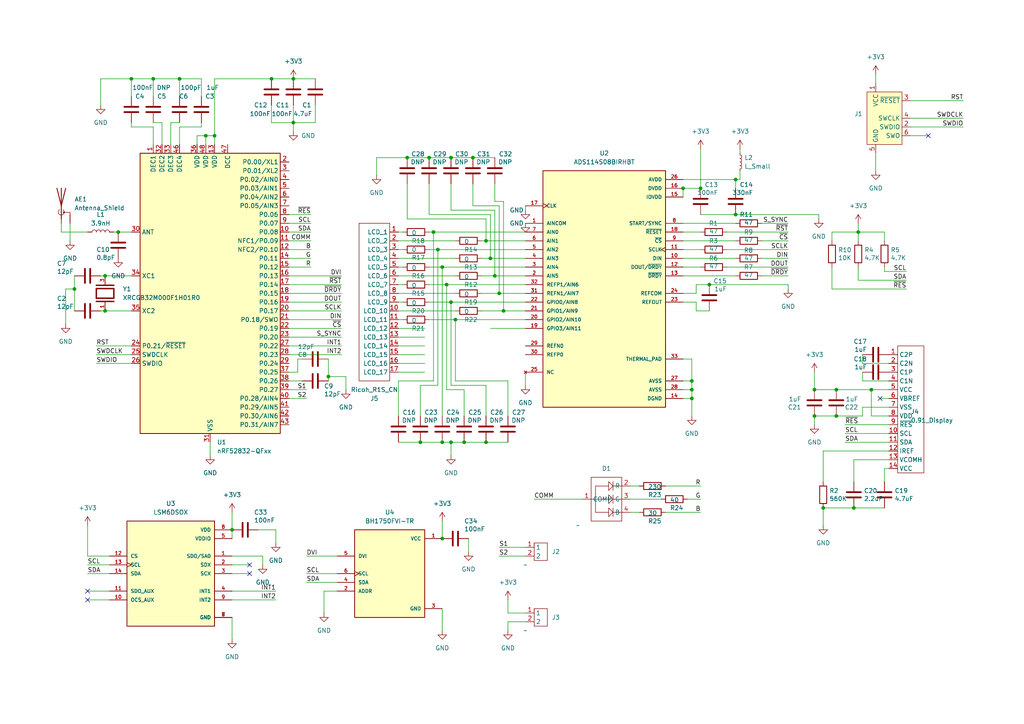
<source format=kicad_sch>
(kicad_sch (version 20230121) (generator eeschema)
  (paper "A4")
  (title_block (title "Raspberry Pi Pico Debugger Shoe") (date "2021-05-12") (rev "v02") (comment 2 "https://creativecommons.org/licenses/by/4.0/") (comment 3 "License: CC BY 4.0") (comment 4 "Author: Shawn Hymel"))
  (junction (at 52.07 22.86))
  (junction (at 198.12 54.61))
  (junction (at 85.09 35.56))
  (junction (at 130.81 128.27))
  (junction (at 143.51 80.01))
  (junction (at 252.73 113.03))
  (junction (at 213.36 62.23))
  (junction (at 200.66 110.49))
  (junction (at 30.48 80.01))
  (junction (at 205.74 82.55))
  (junction (at 140.97 128.27))
  (junction (at 34.29 67.31))
  (junction (at 134.62 128.27))
  (junction (at 67.31 153.67))
  (junction (at 128.27 77.47))
  (junction (at 242.57 113.03))
  (junction (at 248.92 67.31))
  (junction (at 128.27 128.27))
  (junction (at 127 72.39))
  (junction (at 78.74 22.86))
  (junction (at 236.22 113.03))
  (junction (at 144.78 85.09))
  (junction (at 213.36 52.07))
  (junction (at 44.45 22.86))
  (junction (at 62.23 39.37))
  (junction (at 130.81 45.72))
  (junction (at 200.66 113.03))
  (junction (at 118.11 45.72))
  (junction (at 242.57 120.65))
  (junction (at 130.81 87.63))
  (junction (at 124.46 45.72))
  (junction (at 137.16 45.72))
  (junction (at 247.65 147.32))
  (junction (at 85.09 22.86))
  (junction (at 121.92 128.27))
  (junction (at 21.59 83.82))
  (junction (at 38.1 22.86))
  (junction (at 236.22 120.65))
  (junction (at 200.66 115.57))
  (junction (at 146.05 90.17))
  (junction (at 59.69 39.37))
  (junction (at 132.08 92.71))
  (junction (at 95.25 109.22))
  (junction (at 128.27 156.21))
  (junction (at 125.73 67.31))
  (junction (at 140.97 69.85))
  (junction (at 238.76 147.32))
  (junction (at 129.54 82.55))
  (junction (at 30.48 90.17))
  (junction (at 142.24 74.93))
  (junction (at 203.2 54.61))
  (no_connect (at 25.4 171.45))
  (no_connect (at 72.39 163.83))
  (no_connect (at 255.27 115.57))
  (no_connect (at 25.4 173.99))
  (no_connect (at 72.39 166.37))
  (no_connect (at 269.24 39.37))
  (wire (pts (xy 137.16 53.34) (xy 137.16 59.69)))
  (wire (pts (xy 115.57 85.09) (xy 132.08 85.09)))
  (wire (pts (xy 115.57 107.95) (xy 123.19 107.95)))
  (wire (pts (xy 67.31 179.07) (xy 67.31 185.42)))
  (wire (pts (xy 198.12 110.49) (xy 200.66 110.49)))
  (wire (pts (xy 152.4 111.76) (xy 152.4 107.95)))
  (wire (pts (xy 57.15 39.37) (xy 59.69 39.37)))
  (wire (pts (xy 127 72.39) (xy 127 111.76)))
  (wire (pts (xy 152.4 60.96) (xy 152.4 59.69)))
  (wire (pts (xy 132.08 92.71) (xy 132.08 110.49)))
  (wire (pts (xy 245.11 128.27) (xy 257.81 128.27)))
  (wire (pts (xy 29.21 22.86) (xy 29.21 30.48)))
  (wire (pts (xy 142.24 95.25) (xy 152.4 95.25)))
  (wire (pts (xy 264.16 36.83) (xy 279.4 36.83)))
  (wire (pts (xy 44.45 36.83) (xy 44.45 41.91)))
  (wire (pts (xy 248.92 64.77) (xy 248.92 67.31)))
  (wire (pts (xy 264.16 39.37) (xy 269.24 39.37)))
  (wire (pts (xy 83.82 115.57) (xy 88.9 115.57)))
  (wire (pts (xy 85.09 38.1) (xy 85.09 35.56)))
  (wire (pts (xy 88.9 168.91) (xy 97.79 168.91)))
  (wire (pts (xy 38.1 36.83) (xy 44.45 36.83)))
  (wire (pts (xy 220.98 80.01) (xy 228.6 80.01)))
  (wire (pts (xy 139.7 85.09) (xy 144.78 85.09)))
  (wire (pts (xy 248.92 77.47) (xy 248.92 81.28)))
  (wire (pts (xy 115.57 128.27) (xy 121.92 128.27)))
  (wire (pts (xy 125.73 67.31) (xy 152.4 67.31)))
  (wire (pts (xy 128.27 77.47) (xy 128.27 120.65)))
  (wire (pts (xy 205.74 82.55) (xy 228.6 82.55)))
  (wire (pts (xy 115.57 69.85) (xy 132.08 69.85)))
  (wire (pts (xy 27.94 100.33) (xy 38.1 100.33)))
  (wire (pts (xy 201.93 82.55) (xy 205.74 82.55)))
  (wire (pts (xy 88.9 166.37) (xy 97.79 166.37)))
  (wire (pts (xy 144.78 85.09) (xy 152.4 85.09)))
  (wire (pts (xy 257.81 133.35) (xy 247.65 133.35)))
  (wire (pts (xy 198.12 80.01) (xy 213.36 80.01)))
  (wire (pts (xy 210.82 72.39) (xy 228.6 72.39)))
  (wire (pts (xy 198.12 54.61) (xy 203.2 54.61)))
  (wire (pts (xy 83.82 97.79) (xy 99.06 97.79)))
  (wire (pts (xy 46.99 35.56) (xy 46.99 41.91)))
  (wire (pts (xy 25.4 171.45) (xy 31.75 171.45)))
  (wire (pts (xy 147.32 182.88) (xy 147.32 180.34)))
  (wire (pts (xy 19.05 83.82) (xy 19.05 93.98)))
  (wire (pts (xy 83.82 113.03) (xy 88.9 113.03)))
  (wire (pts (xy 129.54 82.55) (xy 152.4 82.55)))
  (wire (pts (xy 248.92 67.31) (xy 248.92 69.85)))
  (wire (pts (xy 210.82 67.31) (xy 228.6 67.31)))
  (wire (pts (xy 200.66 113.03) (xy 200.66 115.57)))
  (wire (pts (xy 198.12 115.57) (xy 200.66 115.57)))
  (wire (pts (xy 256.54 69.85) (xy 256.54 67.31)))
  (wire (pts (xy 115.57 92.71) (xy 116.84 92.71)))
  (wire (pts (xy 250.19 110.49) (xy 250.19 107.95)))
  (wire (pts (xy 128.27 128.27) (xy 130.81 128.27)))
  (wire (pts (xy 143.51 60.96) (xy 143.51 80.01)))
  (wire (pts (xy 57.15 41.91) (xy 57.15 39.37)))
  (wire (pts (xy 97.79 171.45) (xy 93.98 171.45)))
  (wire (pts (xy 30.48 90.17) (xy 38.1 90.17)))
  (wire (pts (xy 52.07 36.83) (xy 58.42 36.83)))
  (wire (pts (xy 118.11 63.5) (xy 118.11 53.34)))
  (wire (pts (xy 99.06 85.09) (xy 83.82 85.09)))
  (wire (pts (xy 132.08 110.49) (xy 147.32 110.49)))
  (wire (pts (xy 236.22 120.65) (xy 236.22 123.19)))
  (wire (pts (xy 95.25 109.22) (xy 95.25 110.49)))
  (wire (pts (xy 248.92 67.31) (xy 256.54 67.31)))
  (wire (pts (xy 146.05 90.17) (xy 152.4 90.17)))
  (wire (pts (xy 220.98 64.77) (xy 228.6 64.77)))
  (wire (pts (xy 256.54 78.74) (xy 262.89 78.74)))
  (wire (pts (xy 134.62 113.03) (xy 134.62 120.65)))
  (wire (pts (xy 198.12 87.63) (xy 201.93 87.63)))
  (wire (pts (xy 27.94 102.87) (xy 38.1 102.87)))
  (wire (pts (xy 38.1 22.86) (xy 38.1 27.94)))
  (wire (pts (xy 125.73 67.31) (xy 125.73 110.49)))
  (wire (pts (xy 124.46 77.47) (xy 128.27 77.47)))
  (wire (pts (xy 257.81 130.81) (xy 238.76 130.81)))
  (wire (pts (xy 85.09 35.56) (xy 78.74 35.56)))
  (wire (pts (xy 21.59 80.01) (xy 21.59 83.82)))
  (wire (pts (xy 49.53 35.56) (xy 52.07 35.56)))
  (wire (pts (xy 19.05 83.82) (xy 21.59 83.82)))
  (wire (pts (xy 252.73 113.03) (xy 257.81 113.03)))
  (wire (pts (xy 257.81 135.89) (xy 256.54 135.89)))
  (wire (pts (xy 247.65 133.35) (xy 247.65 139.7)))
  (wire (pts (xy 76.2 161.29) (xy 76.2 163.83)))
  (wire (pts (xy 115.57 74.93) (xy 132.08 74.93)))
  (wire (pts (xy 193.04 148.59) (xy 203.2 148.59)))
  (wire (pts (xy 100.33 109.22) (xy 100.33 113.03)))
  (wire (pts (xy 147.32 180.34) (xy 152.4 180.34)))
  (wire (pts (xy 115.57 77.47) (xy 116.84 77.47)))
  (wire (pts (xy 115.57 97.79) (xy 123.19 97.79)))
  (wire (pts (xy 52.07 22.86) (xy 52.07 27.94)))
  (wire (pts (xy 250.19 105.41) (xy 250.19 102.87)))
  (wire (pts (xy 220.98 74.93) (xy 228.6 74.93)))
  (wire (pts (xy 200.66 110.49) (xy 200.66 113.03)))
  (wire (pts (xy 83.82 64.77) (xy 90.17 64.77)))
  (wire (pts (xy 91.44 22.86) (xy 85.09 22.86)))
  (wire (pts (xy 58.42 22.86) (xy 58.42 27.94)))
  (wire (pts (xy 83.82 92.71) (xy 99.06 92.71)))
  (wire (pts (xy 255.27 115.57) (xy 257.81 115.57)))
  (wire (pts (xy 31.75 161.29) (xy 25.4 161.29)))
  (wire (pts (xy 115.57 90.17) (xy 132.08 90.17)))
  (wire (pts (xy 201.93 85.09) (xy 201.93 82.55)))
  (wire (pts (xy 214.63 52.07) (xy 213.36 52.07)))
  (wire (pts (xy 121.92 111.76) (xy 121.92 120.65)))
  (wire (pts (xy 85.09 35.56) (xy 85.09 30.48)))
  (wire (pts (xy 124.46 67.31) (xy 125.73 67.31)))
  (wire (pts (xy 83.82 110.49) (xy 87.63 110.49)))
  (wire (pts (xy 127 72.39) (xy 152.4 72.39)))
  (wire (pts (xy 115.57 105.41) (xy 123.19 105.41)))
  (wire (pts (xy 257.81 120.65) (xy 252.73 120.65)))
  (wire (pts (xy 80.01 153.67) (xy 80.01 157.48)))
  (wire (pts (xy 247.65 147.32) (xy 256.54 147.32)))
  (wire (pts (xy 95.25 104.14) (xy 95.25 109.22)))
  (wire (pts (xy 67.31 148.59) (xy 67.31 153.67)))
  (wire (pts (xy 52.07 41.91) (xy 52.07 36.83)))
  (wire (pts (xy 115.57 110.49) (xy 115.57 120.65)))
  (wire (pts (xy 17.78 67.31) (xy 17.78 64.77)))
  (wire (pts (xy 59.69 39.37) (xy 59.69 41.91)))
  (wire (pts (xy 30.48 80.01) (xy 38.1 80.01)))
  (wire (pts (xy 115.57 87.63) (xy 116.84 87.63)))
  (wire (pts (xy 44.45 35.56) (xy 46.99 35.56)))
  (wire (pts (xy 242.57 113.03) (xy 252.73 113.03)))
  (wire (pts (xy 128.27 176.53) (xy 128.27 182.88)))
  (wire (pts (xy 241.3 77.47) (xy 241.3 83.82)))
  (wire (pts (xy 67.31 163.83) (xy 72.39 163.83)))
  (wire (pts (xy 143.51 45.72) (xy 137.16 45.72)))
  (wire (pts (xy 25.4 152.4) (xy 25.4 161.29)))
  (wire (pts (xy 67.31 171.45) (xy 80.01 171.45)))
  (wire (pts (xy 198.12 85.09) (xy 201.93 85.09)))
  (wire (pts (xy 86.36 104.14) (xy 86.36 107.95)))
  (wire (pts (xy 142.24 74.93) (xy 152.4 74.93)))
  (wire (pts (xy 236.22 120.65) (xy 242.57 120.65)))
  (wire (pts (xy 128.27 151.13) (xy 128.27 156.21)))
  (wire (pts (xy 147.32 177.8) (xy 147.32 173.99)))
  (wire (pts (xy 254 44.45) (xy 254 49.53)))
  (wire (pts (xy 200.66 115.57) (xy 200.66 120.65)))
  (wire (pts (xy 214.63 49.53) (xy 214.63 52.07)))
  (wire (pts (xy 213.36 52.07) (xy 213.36 54.61)))
  (wire (pts (xy 147.32 110.49) (xy 147.32 120.65)))
  (wire (pts (xy 91.44 35.56) (xy 85.09 35.56)))
  (wire (pts (xy 29.21 90.17) (xy 30.48 90.17)))
  (wire (pts (xy 142.24 62.23) (xy 142.24 74.93)))
  (wire (pts (xy 109.22 45.72) (xy 109.22 50.8)))
  (wire (pts (xy 228.6 82.55) (xy 228.6 83.82)))
  (wire (pts (xy 125.73 110.49) (xy 115.57 110.49)))
  (wire (pts (xy 130.81 87.63) (xy 152.4 87.63)))
  (wire (pts (xy 198.12 72.39) (xy 203.2 72.39)))
  (wire (pts (xy 198.12 104.14) (xy 200.66 104.14)))
  (wire (pts (xy 83.82 77.47) (xy 90.17 77.47)))
  (wire (pts (xy 198.12 67.31) (xy 203.2 67.31)))
  (wire (pts (xy 201.93 87.63) (xy 201.93 90.17)))
  (wire (pts (xy 198.12 113.03) (xy 200.66 113.03)))
  (wire (pts (xy 140.97 63.5) (xy 118.11 63.5)))
  (wire (pts (xy 124.46 45.72) (xy 118.11 45.72)))
  (wire (pts (xy 38.1 22.86) (xy 29.21 22.86)))
  (wire (pts (xy 250.19 105.41) (xy 257.81 105.41)))
  (wire (pts (xy 198.12 77.47) (xy 203.2 77.47)))
  (wire (pts (xy 83.82 90.17) (xy 99.06 90.17)))
  (wire (pts (xy 93.98 171.45) (xy 93.98 177.8)))
  (wire (pts (xy 198.12 69.85) (xy 213.36 69.85)))
  (wire (pts (xy 44.45 22.86) (xy 52.07 22.86)))
  (wire (pts (xy 130.81 45.72) (xy 124.46 45.72)))
  (wire (pts (xy 130.81 128.27) (xy 134.62 128.27)))
  (wire (pts (xy 139.7 90.17) (xy 146.05 90.17)))
  (wire (pts (xy 83.82 67.31) (xy 90.17 67.31)))
  (wire (pts (xy 21.59 83.82) (xy 21.59 90.17)))
  (wire (pts (xy 198.12 64.77) (xy 213.36 64.77)))
  (wire (pts (xy 129.54 82.55) (xy 129.54 113.03)))
  (wire (pts (xy 154.94 144.78) (xy 168.91 144.78)))
  (wire (pts (xy 236.22 113.03) (xy 242.57 113.03)))
  (wire (pts (xy 203.2 62.23) (xy 213.36 62.23)))
  (wire (pts (xy 115.57 67.31) (xy 116.84 67.31)))
  (wire (pts (xy 252.73 120.65) (xy 252.73 113.03)))
  (wire (pts (xy 140.97 69.85) (xy 152.4 69.85)))
  (wire (pts (xy 67.31 173.99) (xy 80.01 173.99)))
  (wire (pts (xy 132.08 92.71) (xy 152.4 92.71)))
  (wire (pts (xy 49.53 41.91) (xy 49.53 35.56)))
  (wire (pts (xy 129.54 113.03) (xy 134.62 113.03)))
  (wire (pts (xy 144.78 161.29) (xy 152.4 161.29)))
  (wire (pts (xy 200.66 104.14) (xy 200.66 110.49)))
  (wire (pts (xy 140.97 111.76) (xy 140.97 120.65)))
  (wire (pts (xy 220.98 69.85) (xy 228.6 69.85)))
  (wire (pts (xy 241.3 83.82) (xy 262.89 83.82)))
  (wire (pts (xy 74.93 153.67) (xy 80.01 153.67)))
  (wire (pts (xy 127 111.76) (xy 121.92 111.76)))
  (wire (pts (xy 198.12 52.07) (xy 213.36 52.07)))
  (wire (pts (xy 130.81 128.27) (xy 130.81 132.08)))
  (wire (pts (xy 140.97 69.85) (xy 140.97 63.5)))
  (wire (pts (xy 115.57 72.39) (xy 116.84 72.39)))
  (wire (pts (xy 33.02 67.31) (xy 34.29 67.31)))
  (wire (pts (xy 78.74 35.56) (xy 78.74 30.48)))
  (wire (pts (xy 86.36 104.14) (xy 87.63 104.14)))
  (wire (pts (xy 137.16 59.69) (xy 144.78 59.69)))
  (wire (pts (xy 139.7 69.85) (xy 140.97 69.85)))
  (wire (pts (xy 83.82 80.01) (xy 99.06 80.01)))
  (wire (pts (xy 130.81 87.63) (xy 130.81 111.76)))
  (wire (pts (xy 134.62 128.27) (xy 140.97 128.27)))
  (wire (pts (xy 128.27 77.47) (xy 152.4 77.47)))
  (wire (pts (xy 83.82 74.93) (xy 90.17 74.93)))
  (wire (pts (xy 83.82 102.87) (xy 99.06 102.87)))
  (wire (pts (xy 118.11 45.72) (xy 109.22 45.72)))
  (wire (pts (xy 83.82 107.95) (xy 86.36 107.95)))
  (wire (pts (xy 214.63 43.18) (xy 214.63 44.45)))
  (wire (pts (xy 83.82 87.63) (xy 99.06 87.63)))
  (wire (pts (xy 140.97 128.27) (xy 147.32 128.27)))
  (wire (pts (xy 58.42 36.83) (xy 58.42 35.56)))
  (wire (pts (xy 130.81 60.96) (xy 143.51 60.96)))
  (wire (pts (xy 124.46 72.39) (xy 127 72.39)))
  (wire (pts (xy 60.96 128.27) (xy 60.96 132.08)))
  (wire (pts (xy 182.88 140.97) (xy 185.42 140.97)))
  (wire (pts (xy 250.19 120.65) (xy 250.19 118.11)))
  (wire (pts (xy 238.76 147.32) (xy 247.65 147.32)))
  (wire (pts (xy 83.82 62.23) (xy 90.17 62.23)))
  (wire (pts (xy 256.54 77.47) (xy 256.54 78.74)))
  (wire (pts (xy 25.4 166.37) (xy 31.75 166.37)))
  (wire (pts (xy 115.57 95.25) (xy 123.19 95.25)))
  (wire (pts (xy 238.76 130.81) (xy 238.76 139.7)))
  (wire (pts (xy 245.11 125.73) (xy 257.81 125.73)))
  (wire (pts (xy 242.57 120.65) (xy 250.19 120.65)))
  (wire (pts (xy 144.78 59.69) (xy 144.78 85.09)))
  (wire (pts (xy 198.12 74.93) (xy 213.36 74.93)))
  (wire (pts (xy 67.31 166.37) (xy 72.39 166.37)))
  (wire (pts (xy 83.82 100.33) (xy 99.06 100.33)))
  (wire (pts (xy 198.12 54.61) (xy 198.12 57.15)))
  (wire (pts (xy 91.44 35.56) (xy 91.44 30.48)))
  (wire (pts (xy 250.19 118.11) (xy 257.81 118.11)))
  (wire (pts (xy 182.88 144.78) (xy 191.77 144.78)))
  (wire (pts (xy 85.09 22.86) (xy 78.74 22.86)))
  (wire (pts (xy 264.16 34.29) (xy 279.4 34.29)))
  (wire (pts (xy 124.46 92.71) (xy 132.08 92.71)))
  (wire (pts (xy 130.81 111.76) (xy 140.97 111.76)))
  (wire (pts (xy 67.31 153.67) (xy 67.31 156.21)))
  (wire (pts (xy 124.46 87.63) (xy 130.81 87.63)))
  (wire (pts (xy 139.7 80.01) (xy 143.51 80.01)))
  (wire (pts (xy 38.1 22.86) (xy 44.45 22.86)))
  (wire (pts (xy 83.82 82.55) (xy 99.06 82.55)))
  (wire (pts (xy 29.21 80.01) (xy 30.48 80.01)))
  (wire (pts (xy 182.88 148.59) (xy 185.42 148.59)))
  (wire (pts (xy 250.19 110.49) (xy 257.81 110.49)))
  (wire (pts (xy 115.57 82.55) (xy 116.84 82.55)))
  (wire (pts (xy 62.23 22.86) (xy 78.74 22.86)))
  (wire (pts (xy 25.4 173.99) (xy 31.75 173.99)))
  (wire (pts (xy 121.92 128.27) (xy 128.27 128.27)))
  (wire (pts (xy 100.33 109.22) (xy 95.25 109.22)))
  (wire (pts (xy 62.23 39.37) (xy 62.23 41.91)))
  (wire (pts (xy 137.16 45.72) (xy 130.81 45.72)))
  (wire (pts (xy 254 21.59) (xy 254 24.13)))
  (wire (pts (xy 213.36 62.23) (xy 237.49 62.23)))
  (wire (pts (xy 193.04 140.97) (xy 203.2 140.97)))
  (wire (pts (xy 38.1 35.56) (xy 38.1 36.83)))
  (wire (pts (xy 248.92 81.28) (xy 262.89 81.28)))
  (wire (pts (xy 27.94 105.41) (xy 38.1 105.41)))
  (wire (pts (xy 248.92 67.31) (xy 241.3 67.31)))
  (wire (pts (xy 210.82 77.47) (xy 228.6 77.47)))
  (wire (pts (xy 25.4 163.83) (xy 31.75 163.83)))
  (wire (pts (xy 20.32 64.77) (xy 20.32 69.85)))
  (wire (pts (xy 143.51 58.42) (xy 146.05 58.42)))
  (wire (pts (xy 124.46 82.55) (xy 129.54 82.55)))
  (wire (pts (xy 83.82 69.85) (xy 90.17 69.85)))
  (wire (pts (xy 143.51 80.01) (xy 152.4 80.01)))
  (wire (pts (xy 143.51 53.34) (xy 143.51 58.42)))
  (wire (pts (xy 146.05 58.42) (xy 146.05 90.17)))
  (wire (pts (xy 152.4 177.8) (xy 147.32 177.8)))
  (wire (pts (xy 139.7 74.93) (xy 142.24 74.93)))
  (wire (pts (xy 62.23 22.86) (xy 62.23 39.37)))
  (wire (pts (xy 115.57 102.87) (xy 123.19 102.87)))
  (wire (pts (xy 115.57 80.01) (xy 132.08 80.01)))
  (wire (pts (xy 59.69 39.37) (xy 62.23 39.37)))
  (wire (pts (xy 83.82 95.25) (xy 99.06 95.25)))
  (wire (pts (xy 88.9 161.29) (xy 97.79 161.29)))
  (wire (pts (xy 144.78 158.75) (xy 152.4 158.75)))
  (wire (pts (xy 245.11 123.19) (xy 257.81 123.19)))
  (wire (pts (xy 135.89 156.21) (xy 135.89 160.02)))
  (wire (pts (xy 201.93 90.17) (xy 205.74 90.17)))
  (wire (pts (xy 34.29 67.31) (xy 38.1 67.31)))
  (wire (pts (xy 256.54 135.89) (xy 256.54 139.7)))
  (wire (pts (xy 238.76 152.4) (xy 238.76 147.32)))
  (wire (pts (xy 83.82 72.39) (xy 90.17 72.39)))
  (wire (pts (xy 203.2 43.18) (xy 203.2 54.61)))
  (wire (pts (xy 241.3 67.31) (xy 241.3 69.85)))
  (wire (pts (xy 236.22 107.95) (xy 236.22 113.03)))
  (wire (pts (xy 124.46 62.23) (xy 142.24 62.23)))
  (wire (pts (xy 130.81 53.34) (xy 130.81 60.96)))
  (wire (pts (xy 44.45 22.86) (xy 44.45 27.94)))
  (wire (pts (xy 237.49 62.23) (xy 237.49 63.5)))
  (wire (pts (xy 199.39 144.78) (xy 203.2 144.78)))
  (wire (pts (xy 124.46 53.34) (xy 124.46 62.23)))
  (wire (pts (xy 264.16 29.21) (xy 279.4 29.21)))
  (wire (pts (xy 115.57 100.33) (xy 123.19 100.33)))
  (wire (pts (xy 17.78 67.31) (xy 25.4 67.31)))
  (wire (pts (xy 52.07 22.86) (xy 58.42 22.86)))
  (wire (pts (xy 67.31 161.29) (xy 76.2 161.29)))
  (label "G" (at 203.2 144.78 180))
  (label "SDA" (at 245.11 128.27 0))
  (label "S1" (at 144.78 158.75 0))
  (label "RST" (at 279.4 29.21 180))
  (label "SCL" (at 245.11 125.73 0))
  (label "RST" (at 27.94 100.33 0))
  (label "SWDIO" (at 279.4 36.83 180))
  (label "S_SYNC" (at 228.6 64.77 180))
  (label "S_SYNC" (at 99.06 97.79 180))
  (label "SCLK" (at 99.06 90.17 180))
  (label "R" (at 203.2 140.97 180))
  (label "S1" (at 88.9 113.03 180))
  (label "COMM" (at 154.94 144.78 0))
  (label "~{CS}" (at 99.06 95.25 180))
  (label "~{RES}" (at 262.89 83.82 180))
  (label "COMM" (at 90.17 69.85 180))
  (label "SDA" (at 262.89 81.28 180))
  (label "G" (at 90.17 74.93 180))
  (label "~{DRDY}" (at 99.06 85.09 180))
  (label "S2" (at 144.78 161.29 0))
  (label "SCL" (at 262.89 78.74 180))
  (label "INT1" (at 80.01 171.45 180))
  (label "~{RES}" (at 90.17 62.23 180))
  (label "DOUT" (at 228.6 77.47 180))
  (label "SDA" (at 88.9 168.91 0))
  (label "DOUT" (at 99.06 87.63 180))
  (label "INT2" (at 80.01 173.99 180))
  (label "SCL" (at 90.17 64.77 180))
  (label "DVI" (at 88.9 161.29 0))
  (label "B" (at 203.2 148.59 180))
  (label "SWDIO" (at 27.94 105.41 0))
  (label "INT2" (at 99.06 102.87 180))
  (label "DIN" (at 99.06 92.71 180))
  (label "DVI" (at 99.06 80.01 180))
  (label "B" (at 90.17 72.39 180))
  (label "S2" (at 88.9 115.57 180))
  (label "~{DRDY}" (at 228.6 80.01 180))
  (label "~{RST}" (at 99.06 82.55 180))
  (label "SDA" (at 25.4 166.37 0))
  (label "SWDCLK" (at 279.4 34.29 180))
  (label "SCLK" (at 228.6 72.39 180))
  (label "SCL" (at 25.4 163.83 0))
  (label "~{RST}" (at 228.6 67.31 180))
  (label "~{RES}" (at 245.11 123.19 0))
  (label "SWDCLK" (at 27.94 102.87 0))
  (label "SCL" (at 88.9 166.37 0))
  (label "INT1" (at 99.06 100.33 180))
  (label "DIN" (at 228.6 74.93 180))
  (label "SDA" (at 90.17 67.31 180))
  (label "R" (at 90.17 77.47 180))
  (label "~{CS}" (at 228.6 69.85 180))
  (symbol (lib_id "Device:R") (at 217.17 74.93 90) (unit 1)
    (property "Reference" "R8" (at 218.44 72.6186 90) (effects (justify left)))
    (property "Value" "47" (at 218.44 74.93 90) (effects (justify left)))
    (property "Footprint" "Resistor_SMD:R_0402_1005Metric" (effects hide))
    (property "Digi-Key_PN" "311-10KGRCT-ND" (effects hide))
  )
  (symbol (lib_id "Device:R") (at 207.01 67.31 90) (unit 1)
    (property "Reference" "R1" (at 208.28 64.77 90) (effects (justify left)))
    (property "Value" "47" (at 208.28 67.0814 90) (effects (justify left)))
    (property "Footprint" "Resistor_SMD:R_0402_1005Metric" (effects hide))
    (property "Digi-Key_PN" "311-10KGRCT-ND" (effects hide))
  )
  (symbol (lib_id "Device:R") (at 120.65 77.47 270) (unit 1)
    (property "Reference" "R16" (at 119.38 80.01 90) (effects (justify left)))
    (property "Value" "0" (at 119.38 77.6986 90) (effects (justify left)))
    (property "Footprint" "Resistor_SMD:R_0402_1005Metric" (effects hide))
    (property "Digi-Key_PN" "311-10KGRCT-ND" (effects hide))
  )
  (symbol (lib_name "GND_1") (lib_id "power:GND") (at 237.49 63.5 0) (unit 1)
    (property "Reference" "#PWR012" (effects hide))
    (property "Value" "GND" (at 237.49 68.58 0))
  )
  (symbol (lib_id "Device:C") (at 85.09 26.67 0) (unit 1)
    (property "Reference" "C11" (at 80.01 30.48 0) (effects (justify left)))
    (property "Value" "100nF" (at 78.74 33.02 0) (effects (justify left)))
    (property "Footprint" "Capacitor_SMD:C_0402_1005Metric" (effects hide))
    (property "Digi-Key_PN" "1276-6524-1-ND" (effects hide))
  )
  (symbol (lib_id "Device:R") (at 135.89 85.09 270) (unit 1)
    (property "Reference" "R19" (at 134.62 87.63 90) (effects (justify left)))
    (property "Value" "0" (at 134.62 85.3186 90) (effects (justify left)))
    (property "Footprint" "Resistor_SMD:R_0402_1005Metric" (effects hide))
    (property "Digi-Key_PN" "311-10KGRCT-ND" (effects hide))
  )
  (symbol (lib_id "Device:C") (at 121.92 124.46 180) (unit 1)
    (property "Reference" "C23" (at 127 119.6086 0) (effects (justify left)))
    (property "Value" "DNP" (at 127 121.92 0) (effects (justify left)))
    (property "Footprint" "Capacitor_SMD:C_0402_1005Metric" (effects hide))
    (property "Digi-Key_PN" "1276-6524-1-ND" (effects hide))
  )
  (symbol (lib_name "GND_1") (lib_id "power:GND") (at 152.4 111.76 0) (unit 1)
    (property "Reference" "#PWR018" (effects hide))
    (property "Value" "GND" (at 152.4 116.84 0))
  )
  (symbol (lib_id "Device:R") (at 135.89 90.17 270) (unit 1)
    (property "Reference" "R22" (at 134.62 92.71 90) (effects (justify left)))
    (property "Value" "0" (at 134.62 90.3986 90) (effects (justify left)))
    (property "Footprint" "Resistor_SMD:R_0402_1005Metric" (effects hide))
    (property "Digi-Key_PN" "311-10KGRCT-ND" (effects hide))
  )
  (symbol (lib_id "Device:R") (at 135.89 74.93 270) (unit 1)
    (property "Reference" "R13" (at 134.62 77.47 90) (effects (justify left)))
    (property "Value" "0" (at 134.62 75.1586 90) (effects (justify left)))
    (property "Footprint" "Resistor_SMD:R_0402_1005Metric" (effects hide))
    (property "Digi-Key_PN" "311-10KGRCT-ND" (effects hide))
  )
  (symbol (lib_id "R1S:APGF1012GBRC-07_") (at 167.64 152.4 0) (unit 1)
    (property "Reference" "D1" (at 175.895 135.89 0))
    (property "Value" "~" (at 167.64 152.4 0))
    (property "Footprint" "R1S:APGF1012GBRC-07" (effects hide))
  )
  (symbol (lib_id "Device:C") (at 25.4 90.17 270) (unit 1)
    (property "Reference" "C2" (at 16.51 86.5886 90) (effects (justify left)))
    (property "Value" "12pF" (at 16.51 88.9 90) (effects (justify left)))
    (property "Footprint" "Capacitor_SMD:C_0402_1005Metric" (effects hide))
    (property "Digi-Key_PN" "1276-6524-1-ND" (effects hide))
  )
  (symbol (lib_id "Device:C") (at 130.81 49.53 180) (unit 1)
    (property "Reference" "C30" (at 135.89 44.6786 0) (effects (justify left)))
    (property "Value" "DNP" (at 135.89 46.99 0) (effects (justify left)))
    (property "Footprint" "Capacitor_SMD:C_0402_1005Metric" (effects hide))
    (property "Digi-Key_PN" "1276-6524-1-ND" (effects hide))
  )
  (symbol (lib_id "Device:R") (at 256.54 73.66 0) (unit 1)
    (property "Reference" "R5" (at 258.318 72.4916 0) (effects (justify left)))
    (property "Value" "4.7K" (at 258.318 74.803 0) (effects (justify left)))
    (property "Footprint" "Resistor_SMD:R_0402_1005Metric" (effects hide))
    (property "Digi-Key_PN" "311-10KGRCT-ND" (effects hide))
  )
  (symbol (lib_id "Device:R") (at 189.23 140.97 270) (unit 1)
    (property "Reference" "R23" (at 187.96 143.51 90) (effects (justify left)))
    (property "Value" "230" (at 187.96 141.1986 90) (effects (justify left)))
    (property "Footprint" "Resistor_SMD:R_0402_1005Metric" (effects hide))
    (property "Digi-Key_PN" "311-10KGRCT-ND" (effects hide))
  )
  (symbol (lib_id "Device:C") (at 44.45 31.75 180) (unit 1)
    (property "Reference" "C5" (at 48.26 27.94 0) (effects (justify left)))
    (property "Value" "DNP" (at 49.53 25.4 0) (effects (justify left)))
    (property "Footprint" "Capacitor_SMD:C_0402_1005Metric" (effects hide))
    (property "Digi-Key_PN" "1276-6524-1-ND" (effects hide))
  )
  (symbol (lib_name "GND_1") (lib_id "power:GND") (at 147.32 182.88 0) (unit 1)
    (property "Reference" "#PWR034" (effects hide))
    (property "Value" "GND" (at 147.32 187.96 0))
  )
  (symbol (lib_name "GND_1") (lib_id "power:GND") (at 236.22 123.19 0) (unit 1)
    (property "Reference" "#PWR02" (effects hide))
    (property "Value" "GND" (at 236.22 128.27 0))
  )
  (symbol (lib_id "Device:C") (at 203.2 58.42 180) (unit 1)
    (property "Reference" "C13" (at 208.28 53.5686 0) (effects (justify left)))
    (property "Value" "100nF" (at 208.28 55.88 0) (effects (justify left)))
    (property "Footprint" "Capacitor_SMD:C_0402_1005Metric" (effects hide))
    (property "Digi-Key_PN" "1276-6524-1-ND" (effects hide))
  )
  (symbol (lib_id "R1S:Ricoh_R1S_CN") (at 113.03 110.49 0) (mirror y) (unit 1)
    (property "Reference" "J5" (at 108.585 115.57 0))
    (property "Value" "Ricoh_R1S_CN" (at 108.585 113.03 0))
    (property "Footprint" "R1S:Ricoh_R1S_CN" (effects hide))
  )
  (symbol (lib_id "Device:R") (at 217.17 80.01 90) (unit 1)
    (property "Reference" "R7" (at 218.44 77.47 90) (effects (justify left)))
    (property "Value" "47" (at 218.44 79.7814 90) (effects (justify left)))
    (property "Footprint" "Resistor_SMD:R_0402_1005Metric" (effects hide))
    (property "Digi-Key_PN" "311-10KGRCT-ND" (effects hide))
  )
  (symbol (lib_name "GND_1") (lib_id "power:GND") (at 200.66 120.65 0) (unit 1)
    (property "Reference" "#PWR011" (effects hide))
    (property "Value" "GND" (at 200.66 125.73 0))
  )
  (symbol (lib_id "Device:C") (at 147.32 124.46 180) (unit 1)
    (property "Reference" "C27" (at 152.4 119.6086 0) (effects (justify left)))
    (property "Value" "DNP" (at 152.4 121.92 0) (effects (justify left)))
    (property "Footprint" "Capacitor_SMD:C_0402_1005Metric" (effects hide))
    (property "Digi-Key_PN" "1276-6524-1-ND" (effects hide))
  )
  (symbol (lib_id "Device:C") (at 38.1 31.75 180) (unit 1)
    (property "Reference" "C4" (at 41.91 27.94 0) (effects (justify left)))
    (property "Value" "100nF" (at 44.45 25.4 0) (effects (justify left)))
    (property "Footprint" "Capacitor_SMD:C_0402_1005Metric" (effects hide))
    (property "Digi-Key_PN" "1276-6524-1-ND" (effects hide))
  )
  (symbol (lib_name "GND_1") (lib_id "power:GND") (at 130.81 132.08 0) (unit 1)
    (property "Reference" "#PWR022" (effects hide))
    (property "Value" "GND" (at 130.81 137.16 0))
  )
  (symbol (lib_id "Device:C") (at 124.46 49.53 180) (unit 1)
    (property "Reference" "C29" (at 129.54 44.6786 0) (effects (justify left)))
    (property "Value" "DNP" (at 129.54 46.99 0) (effects (justify left)))
    (property "Footprint" "Capacitor_SMD:C_0402_1005Metric" (effects hide))
    (property "Digi-Key_PN" "1276-6524-1-ND" (effects hide))
  )
  (symbol (lib_id "R1S:2xPad") (at 152.4 163.83 0) (unit 1)
    (property "Reference" "J2" (at 160.02 160.02 0) (effects (justify left)))
    (property "Value" "~" (at 152.4 163.83 0))
    (property "Footprint" "R1S:2xPad" (effects hide))
  )
  (symbol (lib_id "Device:R") (at 120.65 92.71 270) (unit 1)
    (property "Reference" "R21" (at 119.38 95.25 90) (effects (justify left)))
    (property "Value" "0" (at 119.38 92.9386 90) (effects (justify left)))
    (property "Footprint" "Resistor_SMD:R_0402_1005Metric" (effects hide))
    (property "Digi-Key_PN" "311-10KGRCT-ND" (effects hide))
  )
  (symbol (lib_id "Device:L_Small") (at 214.63 46.99 0) (unit 1)
    (property "Reference" "L2" (at 215.9 45.72 0) (effects (justify left)))
    (property "Value" "L_Small" (at 215.9 48.26 0) (effects (justify left)))
    (property "Footprint" "Inductor_SMD:L_0402_1005Metric" (effects hide))
  )
  (symbol (lib_id "Device:C") (at 254 102.87 90) (unit 1)
    (property "Reference" "C17" (at 251.46 99.06 90) (effects (justify left)))
    (property "Value" "1uF" (at 251.46 101.3714 90) (effects (justify left)))
    (property "Footprint" "Capacitor_SMD:C_0402_1005Metric" (effects hide))
    (property "Digi-Key_PN" "1276-6524-1-ND" (effects hide))
  )
  (symbol (lib_id "power:+3V3") (at 203.2 43.18 0) (unit 1)
    (property "Reference" "#PWR015" (effects hide))
    (property "Value" "+3V3" (at 203.2 38.1 0))
  )
  (symbol (lib_id "Device:R") (at 120.65 72.39 270) (unit 1)
    (property "Reference" "R17" (at 119.38 74.7014 90) (effects (justify left)))
    (property "Value" "0" (at 119.38 72.39 90) (effects (justify left)))
    (property "Footprint" "Resistor_SMD:R_0402_1005Metric" (effects hide))
    (property "Digi-Key_PN" "311-10KGRCT-ND" (effects hide))
  )
  (symbol (lib_id "MCU_Nordic:nRF52832-QFxx") (at 60.96 85.09 0) (unit 1)
    (property "Reference" "U1" (at 62.9159 128.27 0) (effects (justify left)))
    (property "Value" "nRF52832-QFxx" (at 62.9159 130.81 0) (effects (justify left)))
    (property "Footprint" "R1S:VQFN-48-1EP_6x6mm_P0.4mm_EP4.1x4.1mm_ThermalVias" (effects hide))
    (property "Datasheet" "http://infocenter.nordicsemi.com/pdf/nRF52832_PS_v1.4.pdf" (effects hide))
  )
  (symbol (lib_id "power:+3V3") (at 248.92 64.77 0) (unit 1)
    (property "Reference" "#PWR04" (effects hide))
    (property "Value" "+3V3" (at 248.92 59.69 0))
  )
  (symbol (lib_id "Device:R") (at 207.01 77.47 90) (unit 1)
    (property "Reference" "R6" (at 208.28 74.93 90) (effects (justify left)))
    (property "Value" "47" (at 208.28 77.2414 90) (effects (justify left)))
    (property "Footprint" "Resistor_SMD:R_0402_1005Metric" (effects hide))
    (property "Digi-Key_PN" "311-10KGRCT-ND" (effects hide))
  )
  (symbol (lib_id "Device:C") (at 143.51 49.53 180) (unit 1)
    (property "Reference" "C32" (at 148.59 44.6786 0) (effects (justify left)))
    (property "Value" "DNP" (at 148.59 46.99 0) (effects (justify left)))
    (property "Footprint" "Capacitor_SMD:C_0402_1005Metric" (effects hide))
    (property "Digi-Key_PN" "1276-6524-1-ND" (effects hide))
  )
  (symbol (lib_name "GND_1") (lib_id "power:GND") (at 109.22 50.8 0) (unit 1)
    (property "Reference" "#PWR023" (effects hide))
    (property "Value" "GND" (at 109.22 55.88 0))
  )
  (symbol (lib_id "Device:R") (at 135.89 80.01 270) (unit 1)
    (property "Reference" "R12" (at 134.62 82.55 90) (effects (justify left)))
    (property "Value" "0" (at 134.62 80.2386 90) (effects (justify left)))
    (property "Footprint" "Resistor_SMD:R_0402_1005Metric" (effects hide))
    (property "Digi-Key_PN" "311-10KGRCT-ND" (effects hide))
  )
  (symbol (lib_id "Device:R") (at 217.17 69.85 90) (unit 1)
    (property "Reference" "R9" (at 218.44 67.31 90) (effects (justify left)))
    (property "Value" "47" (at 218.44 69.6214 90) (effects (justify left)))
    (property "Footprint" "Resistor_SMD:R_0402_1005Metric" (effects hide))
    (property "Digi-Key_PN" "311-10KGRCT-ND" (effects hide))
  )
  (symbol (lib_id "Device:C") (at 91.44 26.67 0) (unit 1)
    (property "Reference" "C1" (at 87.63 30.48 0) (effects (justify left)))
    (property "Value" "4.7uF" (at 85.09 33.02 0) (effects (justify left)))
    (property "Footprint" "Capacitor_SMD:C_0402_1005Metric" (effects hide))
    (property "Digi-Key_PN" "1276-6524-1-ND" (effects hide))
  )
  (symbol (lib_id "Device:L") (at 29.21 67.31 90) (unit 1)
    (property "Reference" "L1" (at 29.21 62.23 90))
    (property "Value" "3.9nH" (at 29.21 64.77 90))
    (property "Footprint" "Inductor_SMD:L_0402_1005Metric" (effects hide))
  )
  (symbol (lib_id "Device:C") (at 115.57 124.46 180) (unit 1)
    (property "Reference" "C16" (at 120.65 119.6086 0) (effects (justify left)))
    (property "Value" "DNP" (at 120.65 121.92 0) (effects (justify left)))
    (property "Footprint" "Capacitor_SMD:C_0402_1005Metric" (effects hide))
    (property "Digi-Key_PN" "1276-6524-1-ND" (effects hide))
  )
  (symbol (lib_id "Device:C") (at 140.97 124.46 180) (unit 1)
    (property "Reference" "C26" (at 146.05 119.6086 0) (effects (justify left)))
    (property "Value" "DNP" (at 146.05 121.92 0) (effects (justify left)))
    (property "Footprint" "Capacitor_SMD:C_0402_1005Metric" (effects hide))
    (property "Digi-Key_PN" "1276-6524-1-ND" (effects hide))
  )
  (symbol (lib_name "GND_1") (lib_id "power:GND") (at 128.27 182.88 0) (unit 1)
    (property "Reference" "#PWR026" (effects hide))
    (property "Value" "GND" (at 128.27 187.96 0))
  )
  (symbol (lib_id "Device:C") (at 242.57 116.84 180) (unit 1)
    (property "Reference" "C22" (at 248.92 118.11 0) (effects (justify left)))
    (property "Value" "1uF" (at 248.92 115.7986 0) (effects (justify left)))
    (property "Footprint" "Capacitor_SMD:C_0402_1005Metric" (effects hide))
    (property "Digi-Key_PN" "1276-6524-1-ND" (effects hide))
  )
  (symbol (lib_name "GND_1") (lib_id "power:GND") (at 60.96 132.08 0) (unit 1)
    (property "Reference" "#PWR05" (effects hide))
    (property "Value" "GND" (at 60.96 137.16 0))
  )
  (symbol (lib_id "Device:C") (at 256.54 143.51 0) (unit 1)
    (property "Reference" "C19" (at 259.461 142.3416 0) (effects (justify left)))
    (property "Value" "4.7uF" (at 259.461 144.653 0) (effects (justify left)))
    (property "Footprint" "Capacitor_SMD:C_0402_1005Metric" (effects hide))
    (property "Digi-Key_PN" "1276-6524-1-ND" (effects hide))
  )
  (symbol (lib_id "Device:R") (at 217.17 64.77 90) (unit 1)
    (property "Reference" "R11" (at 218.44 62.23 90) (effects (justify left)))
    (property "Value" "47" (at 218.44 64.5414 90) (effects (justify left)))
    (property "Footprint" "Resistor_SMD:R_0402_1005Metric" (effects hide))
    (property "Digi-Key_PN" "311-10KGRCT-ND" (effects hide))
  )
  (symbol (lib_id "power:+3V3") (at 85.09 22.86 0) (unit 1)
    (property "Reference" "#PWR021" (effects hide))
    (property "Value" "+3V3" (at 85.09 17.78 0))
  )
  (symbol (lib_name "GND_1") (lib_id "power:GND") (at 135.89 160.02 0) (unit 1)
    (property "Reference" "#PWR033" (effects hide))
    (property "Value" "GND" (at 135.89 165.1 0))
  )
  (symbol (lib_id "power:+3V3") (at 67.31 148.59 0) (unit 1)
    (property "Reference" "#PWR027" (effects hide))
    (property "Value" "+3V3" (at 67.31 143.51 0))
  )
  (symbol (lib_id "R1S:LSM6DSOX") (at 49.53 166.37 0) (unit 1)
    (property "Reference" "U3" (at 49.53 146.05 0))
    (property "Value" "LSM6DSOX" (at 49.53 148.59 0))
    (property "Footprint" "R1S:PQFN50P250X300X86-14N" (effects hide))
  )
  (symbol (lib_id "power:+3V3") (at 147.32 173.99 0) (unit 1)
    (property "Reference" "#PWR035" (effects hide))
    (property "Value" "+3V3" (at 147.32 168.91 0))
  )
  (symbol (lib_id "Device:C") (at 236.22 116.84 180) (unit 1)
    (property "Reference" "C21" (at 232.41 118.11 0) (effects (justify left)))
    (property "Value" "1uF" (at 232.41 115.7986 0) (effects (justify left)))
    (property "Footprint" "Capacitor_SMD:C_0402_1005Metric" (effects hide))
    (property "Digi-Key_PN" "1276-6524-1-ND" (effects hide))
  )
  (symbol (lib_id "Device:C") (at 34.29 71.12 0) (unit 1)
    (property "Reference" "C10" (at 27.94 72.39 0) (effects (justify left)))
    (property "Value" "0.8pF" (at 27.94 74.7014 0) (effects (justify left)))
    (property "Footprint" "Capacitor_SMD:C_0402_1005Metric" (effects hide))
    (property "Digi-Key_PN" "1276-6524-1-ND" (effects hide))
  )
  (symbol (lib_name "GND_1") (lib_id "power:GND") (at 228.6 83.82 0) (unit 1)
    (property "Reference" "#PWR013" (effects hide))
    (property "Value" "GND" (at 228.6 88.9 0))
  )
  (symbol (lib_id "Device:C") (at 78.74 26.67 0) (unit 1)
    (property "Reference" "C12" (at 73.66 30.48 0) (effects (justify left)))
    (property "Value" "100nF" (at 72.39 33.02 0) (effects (justify left)))
    (property "Footprint" "Capacitor_SMD:C_0402_1005Metric" (effects hide))
    (property "Digi-Key_PN" "1276-6524-1-ND" (effects hide))
  )
  (symbol (lib_id "Device:R") (at 120.65 87.63 270) (unit 1)
    (property "Reference" "R20" (at 119.38 90.17 90) (effects (justify left)))
    (property "Value" "0" (at 119.38 87.8586 90) (effects (justify left)))
    (property "Footprint" "Resistor_SMD:R_0402_1005Metric" (effects hide))
    (property "Digi-Key_PN" "311-10KGRCT-ND" (effects hide))
  )
  (symbol (lib_name "GND_1") (lib_id "power:GND") (at 100.33 113.03 0) (unit 1)
    (property "Reference" "#PWR09" (effects hide))
    (property "Value" "GND" (at 100.33 118.11 0))
  )
  (symbol (lib_id "Device:C") (at 137.16 49.53 180) (unit 1)
    (property "Reference" "C31" (at 142.24 44.6786 0) (effects (justify left)))
    (property "Value" "DNP" (at 142.24 46.99 0) (effects (justify left)))
    (property "Footprint" "Capacitor_SMD:C_0402_1005Metric" (effects hide))
    (property "Digi-Key_PN" "1276-6524-1-ND" (effects hide))
  )
  (symbol (lib_name "GND_1") (lib_id "power:GND") (at 85.09 38.1 0) (unit 1)
    (property "Reference" "#PWR08" (effects hide))
    (property "Value" "GND" (at 91.44 39.37 0) (effects (justify right)))
  )
  (symbol (lib_name "GND_1") (lib_id "power:GND") (at 29.21 30.48 0) (mirror y) (unit 1)
    (property "Reference" "#PWR020" (effects hide))
    (property "Value" "GND" (at 29.21 35.56 0))
  )
  (symbol (lib_id "Device:C") (at 118.11 49.53 180) (unit 1)
    (property "Reference" "C28" (at 123.19 44.6786 0) (effects (justify left)))
    (property "Value" "DNP" (at 123.19 46.99 0) (effects (justify left)))
    (property "Footprint" "Capacitor_SMD:C_0402_1005Metric" (effects hide))
    (property "Digi-Key_PN" "1276-6524-1-ND" (effects hide))
  )
  (symbol (lib_id "Device:C") (at 247.65 143.51 0) (unit 1)
    (property "Reference" "C20" (at 250.571 142.3416 0) (effects (justify left)))
    (property "Value" "2.2uF" (at 250.571 144.653 0) (effects (justify left)))
    (property "Footprint" "Capacitor_SMD:C_0402_1005Metric" (effects hide))
    (property "Digi-Key_PN" "1276-6524-1-ND" (effects hide))
  )
  (symbol (lib_name "GND_1") (lib_id "power:GND") (at 19.05 93.98 0) (unit 1)
    (property "Reference" "#PWR019" (effects hide))
    (property "Value" "GND" (at 19.05 99.06 0))
  )
  (symbol (lib_id "R1S:0.91_Display") (at 257.81 137.16 0) (unit 1)
    (property "Reference" "J4" (at 264.16 119.38 0) (effects (justify left)))
    (property "Value" "0.91_Display" (at 264.16 121.92 0) (effects (justify left)))
    (property "Footprint" "R1S:0.91_Display" (effects hide))
  )
  (symbol (lib_id "Device:C") (at 132.08 156.21 270) (unit 1)
    (property "Reference" "C34" (at 134.62 151.13 90) (effects (justify left)))
    (property "Value" "100nF" (at 134.62 153.4414 90) (effects (justify left)))
    (property "Footprint" "Capacitor_SMD:C_0402_1005Metric" (effects hide))
    (property "Digi-Key_PN" "1276-6524-1-ND" (effects hide))
  )
  (symbol (lib_id "Device:R") (at 207.01 72.39 90) (unit 1)
    (property "Reference" "R3" (at 208.28 69.85 90) (effects (justify left)))
    (property "Value" "47" (at 208.28 72.1614 90) (effects (justify left)))
    (property "Footprint" "Resistor_SMD:R_0402_1005Metric" (effects hide))
    (property "Digi-Key_PN" "311-10KGRCT-ND" (effects hide))
  )
  (symbol (lib_id "Device:R") (at 195.58 144.78 270) (unit 1)
    (property "Reference" "R24" (at 194.31 147.32 90) (effects (justify left)))
    (property "Value" "40" (at 194.31 145.0086 90) (effects (justify left)))
    (property "Footprint" "Resistor_SMD:R_0402_1005Metric" (effects hide))
    (property "Digi-Key_PN" "311-10KGRCT-ND" (effects hide))
  )
  (symbol (lib_id "Device:R") (at 120.65 82.55 270) (unit 1)
    (property "Reference" "R15" (at 119.38 85.09 90) (effects (justify left)))
    (property "Value" "0" (at 119.38 82.7786 90) (effects (justify left)))
    (property "Footprint" "Resistor_SMD:R_0402_1005Metric" (effects hide))
    (property "Digi-Key_PN" "311-10KGRCT-ND" (effects hide))
  )
  (symbol (lib_id "Device:R") (at 189.23 148.59 270) (unit 1)
    (property "Reference" "R25" (at 187.96 151.13 90) (effects (justify left)))
    (property "Value" "30" (at 187.96 148.8186 90) (effects (justify left)))
    (property "Footprint" "Resistor_SMD:R_0402_1005Metric" (effects hide))
    (property "Digi-Key_PN" "311-10KGRCT-ND" (effects hide))
  )
  (symbol (lib_name "GND_1") (lib_id "power:GND") (at 80.01 157.48 0) (unit 1)
    (property "Reference" "#PWR031" (effects hide))
    (property "Value" "GND" (at 80.01 162.56 0))
  )
  (symbol (lib_id "power:+3V3") (at 236.22 107.95 0) (unit 1)
    (property "Reference" "#PWR03" (effects hide))
    (property "Value" "+3V3" (at 236.22 102.87 0))
  )
  (symbol (lib_id "Device:C") (at 25.4 80.01 270) (unit 1)
    (property "Reference" "C7" (at 16.51 76.4286 90) (effects (justify left)))
    (property "Value" "12pF" (at 16.51 78.74 90) (effects (justify left)))
    (property "Footprint" "Capacitor_SMD:C_0402_1005Metric" (effects hide))
    (property "Digi-Key_PN" "1276-6524-1-ND" (effects hide))
  )
  (symbol (lib_name "GND_1") (lib_id "power:GND") (at 93.98 177.8 0) (unit 1)
    (property "Reference" "#PWR032" (effects hide))
    (property "Value" "GND" (at 93.98 182.88 0))
  )
  (symbol (lib_id "Device:C") (at 91.44 110.49 270) (unit 1)
    (property "Reference" "C9" (at 93.98 111.9886 90) (effects (justify left)))
    (property "Value" "12pF" (at 93.98 114.3 90) (effects (justify left)))
    (property "Footprint" "Capacitor_SMD:C_0402_1005Metric" (effects hide))
    (property "Digi-Key_PN" "1276-6524-1-ND" (effects hide))
  )
  (symbol (lib_name "GND_1") (lib_id "power:GND") (at 152.4 64.77 0) (unit 1)
    (property "Reference" "#PWR017" (effects hide))
    (property "Value" "GND" (at 149.86 64.77 0))
  )
  (symbol (lib_id "Device:C") (at 254 107.95 90) (unit 1)
    (property "Reference" "C18" (at 251.46 104.14 90) (effects (justify left)))
    (property "Value" "1uF" (at 251.46 106.4514 90) (effects (justify left)))
    (property "Footprint" "Capacitor_SMD:C_0402_1005Metric" (effects hide))
    (property "Digi-Key_PN" "1276-6524-1-ND" (effects hide))
  )
  (symbol (lib_id "Device:C") (at 52.07 31.75 180) (unit 1)
    (property "Reference" "C6" (at 54.61 27.94 0) (effects (justify left)))
    (property "Value" "100pF" (at 58.42 25.4 0) (effects (justify left)))
    (property "Footprint" "Capacitor_SMD:C_0402_1005Metric" (effects hide))
    (property "Digi-Key_PN" "1276-6524-1-ND" (effects hide))
  )
  (symbol (lib_name "GND_1") (lib_id "power:GND") (at 238.76 152.4 0) (unit 1)
    (property "Reference" "#PWR01" (effects hide))
    (property "Value" "GND" (at 238.76 157.48 0))
  )
  (symbol (lib_id "Device:R") (at 238.76 143.51 0) (unit 1)
    (property "Reference" "R2" (at 240.538 142.3416 0) (effects (justify left)))
    (property "Value" "560K" (at 240.538 144.653 0) (effects (justify left)))
    (property "Footprint" "Resistor_SMD:R_0402_1005Metric" (effects hide))
    (property "Digi-Key_PN" "311-10KGRCT-ND" (effects hide))
  )
  (symbol (lib_name "GND_1") (lib_id "power:GND") (at 20.32 69.85 0) (unit 1)
    (property "Reference" "#PWR024" (effects hide))
    (property "Value" "GND" (at 20.32 74.93 0))
  )
  (symbol (lib_id "R1S:BH1750FVI-TR") (at 113.03 166.37 0) (unit 1)
    (property "Reference" "U4" (at 113.03 148.59 0))
    (property "Value" "BH1750FVI-TR" (at 113.03 151.13 0))
    (property "Footprint" "R1S:XDCR_BH1750FVI-TR" (effects hide))
  )
  (symbol (lib_name "GND_1") (lib_id "power:GND") (at 67.31 185.42 0) (unit 1)
    (property "Reference" "#PWR025" (effects hide))
    (property "Value" "GND" (at 67.31 190.5 0))
  )
  (symbol (lib_id "Device:R") (at 248.92 73.66 0) (unit 1)
    (property "Reference" "R4" (at 250.698 72.4916 0) (effects (justify left)))
    (property "Value" "4.7K" (at 250.698 74.803 0) (effects (justify left)))
    (property "Footprint" "Resistor_SMD:R_0402_1005Metric" (effects hide))
    (property "Digi-Key_PN" "311-10KGRCT-ND" (effects hide))
  )
  (symbol (lib_id "Connector:Conn_ARM_SWD_TagConnect_TC2030-NL") (at 256.54 34.29 0) (unit 1) (in_bom no)
    (property "Reference" "J1" (at 250.19 33.02 0) (effects (justify right)))
    (property "Value" "Conn_ARM_SWD_TagConnect_TC2030-NL" (effects hide))
    (property "Footprint" "Connector:Tag-Connect_TC2030-IDC-NL_2x03_P1.27mm_Vertical" (effects hide))
    (property "Datasheet" "https://www.tag-connect.com/wp-content/uploads/bsk-pdf-manager/TC2030-CTX_1.pdf" (effects hide))
  )
  (symbol (lib_id "Device:C") (at 58.42 31.75 180) (unit 1)
    (property "Reference" "C3" (at 62.23 27.94 0) (effects (justify left)))
    (property "Value" "1uF" (at 63.5 25.4 0) (effects (justify left)))
    (property "Footprint" "Capacitor_SMD:C_0402_1005Metric" (effects hide))
    (property "Digi-Key_PN" "1276-6524-1-ND" (effects hide))
  )
  (symbol (lib_id "Device:C") (at 128.27 124.46 180) (unit 1)
    (property "Reference" "C24" (at 133.35 119.6086 0) (effects (justify left)))
    (property "Value" "DNP" (at 133.35 121.92 0) (effects (justify left)))
    (property "Footprint" "Capacitor_SMD:C_0402_1005Metric" (effects hide))
    (property "Digi-Key_PN" "1276-6524-1-ND" (effects hide))
  )
  (symbol (lib_id "Device:R") (at 241.3 73.66 0) (unit 1)
    (property "Reference" "R10" (at 243.078 72.4916 0) (effects (justify left)))
    (property "Value" "10K" (at 243.078 74.803 0) (effects (justify left)))
    (property "Footprint" "Resistor_SMD:R_0402_1005Metric" (effects hide))
    (property "Digi-Key_PN" "311-10KGRCT-ND" (effects hide))
  )
  (symbol (lib_id "power:+3V3") (at 25.4 152.4 0) (unit 1)
    (property "Reference" "#PWR030" (effects hide))
    (property "Value" "+3V3" (at 25.4 147.32 0))
  )
  (symbol (lib_id "R1S:XRCGB32M000F1H01R0") (at 30.48 85.09 90) (unit 1)
    (property "Reference" "Y1" (at 35.56 83.82 90) (effects (justify right)))
    (property "Value" "XRCGB32M000F1H01R0" (at 35.56 86.36 90) (effects (justify right)))
    (property "Footprint" "R1S:OSC_XRCGB32M000F1H01R0" (effects hide))
  )
  (symbol (lib_id "Device:C") (at 213.36 58.42 180) (unit 1)
    (property "Reference" "C14" (at 218.44 53.5686 0) (effects (justify left)))
    (property "Value" "330nF" (at 218.44 55.88 0) (effects (justify left)))
    (property "Footprint" "Capacitor_SMD:C_0402_1005Metric" (effects hide))
    (property "Digi-Key_PN" "1276-6524-1-ND" (effects hide))
  )
  (symbol (lib_name "GND_1") (lib_id "power:GND") (at 34.29 74.93 0) (unit 1)
    (property "Reference" "#PWR010" (effects hide))
    (property "Value" "GND" (at 34.29 80.01 0))
  )
  (symbol (lib_name "GND_1") (lib_id "power:GND") (at 76.2 163.83 0) (unit 1)
    (property "Reference" "#PWR029" (effects hide))
    (property "Value" "GND" (at 76.2 168.91 0))
  )
  (symbol (lib_name "GND_1") (lib_id "power:GND") (at 254 49.53 0) (unit 1)
    (property "Reference" "#PWR07" (effects hide))
    (property "Value" "GND" (at 254 54.61 0))
  )
  (symbol (lib_name "GND_1") (lib_id "power:GND") (at 152.4 60.96 0) (unit 1)
    (property "Reference" "#PWR016" (effects hide))
    (property "Value" "GND" (at 149.86 60.96 0))
  )
  (symbol (lib_id "power:+3V3") (at 128.27 151.13 0) (unit 1)
    (property "Reference" "#PWR028" (effects hide))
    (property "Value" "+3V3" (at 128.27 146.05 0))
  )
  (symbol (lib_id "Device:R") (at 135.89 69.85 270) (unit 1)
    (property "Reference" "R14" (at 134.62 72.39 90) (effects (justify left)))
    (property "Value" "0" (at 134.62 70.0786 90) (effects (justify left)))
    (property "Footprint" "Resistor_SMD:R_0402_1005Metric" (effects hide))
    (property "Digi-Key_PN" "311-10KGRCT-ND" (effects hide))
  )
  (symbol (lib_id "power:+3V3") (at 214.63 43.18 0) (unit 1)
    (property "Reference" "#PWR014" (effects hide))
    (property "Value" "+3V3" (at 214.63 38.1 0))
  )
  (symbol (lib_id "Device:C") (at 91.44 104.14 270) (unit 1)
    (property "Reference" "C8" (at 86.36 102.87 90) (effects (justify left)))
    (property "Value" "12pF" (at 86.36 100.5586 90) (effects (justify left)))
    (property "Footprint" "Capacitor_SMD:C_0402_1005Metric" (effects hide))
    (property "Digi-Key_PN" "1276-6524-1-ND" (effects hide))
  )
  (symbol (lib_id "Device:C") (at 134.62 124.46 180) (unit 1)
    (property "Reference" "C25" (at 139.7 119.6086 0) (effects (justify left)))
    (property "Value" "DNP" (at 139.7 121.92 0) (effects (justify left)))
    (property "Footprint" "Capacitor_SMD:C_0402_1005Metric" (effects hide))
    (property "Digi-Key_PN" "1276-6524-1-ND" (effects hide))
  )
  (symbol (lib_id "R1S:ADS114S08BIRHBT") (at 175.26 82.55 0) (unit 1)
    (property "Reference" "U2" (at 175.26 44.45 0))
    (property "Value" "ADS114S08BIRHBT" (at 175.26 46.99 0))
    (property "Footprint" "IC_ADS114S08BIRHBT" (effects hide))
  )
  (symbol (lib_id "Device:C") (at 205.74 86.36 180) (unit 1)
    (property "Reference" "C15" (at 210.82 81.5086 0) (effects (justify left)))
    (property "Value" "1uF" (at 210.82 83.82 0) (effects (justify left)))
    (property "Footprint" "Capacitor_SMD:C_0402_1005Metric" (effects hide))
    (property "Digi-Key_PN" "1276-6524-1-ND" (effects hide))
  )
  (symbol (lib_id "Device:C") (at 71.12 153.67 270) (unit 1)
    (property "Reference" "C33" (at 73.66 148.59 90) (effects (justify left)))
    (property "Value" "100nF" (at 73.66 150.9014 90) (effects (justify left)))
    (property "Footprint" "Capacitor_SMD:C_0402_1005Metric" (effects hide))
    (property "Digi-Key_PN" "1276-6524-1-ND" (effects hide))
  )
  (symbol (lib_id "Device:R") (at 120.65 67.31 270) (unit 1)
    (property "Reference" "R18" (at 119.38 69.85 90) (effects (justify left)))
    (property "Value" "0" (at 119.38 67.5386 90) (effects (justify left)))
    (property "Footprint" "Resistor_SMD:R_0402_1005Metric" (effects hide))
    (property "Digi-Key_PN" "311-10KGRCT-ND" (effects hide))
  )
  (symbol (lib_id "R1S:2xPad") (at 152.4 182.88 0) (unit 1)
    (property "Reference" "J3" (at 160.02 179.07 0) (effects (justify left)))
    (property "Value" "~" (at 152.4 182.88 0))
    (property "Footprint" "R1S:2xPad" (effects hide))
  )
  (symbol (lib_id "Device:Antenna_Shield") (at 17.78 59.69 0) (unit 1)
    (property "Reference" "AE1" (at 21.59 57.785 0) (effects (justify left)))
    (property "Value" "Antenna_Shield" (at 21.59 60.325 0) (effects (justify left)))
    (property "Footprint" "RF_Antenna:Texas_SWRA117D_2.4GHz_Right" (effects hide))
  )
  (symbol (lib_id "power:+3V3") (at 254 21.59 0) (unit 1)
    (property "Reference" "#PWR06" (effects hide))
    (property "Value" "+3V3" (at 254 16.51 0))
  )
)
</source>
